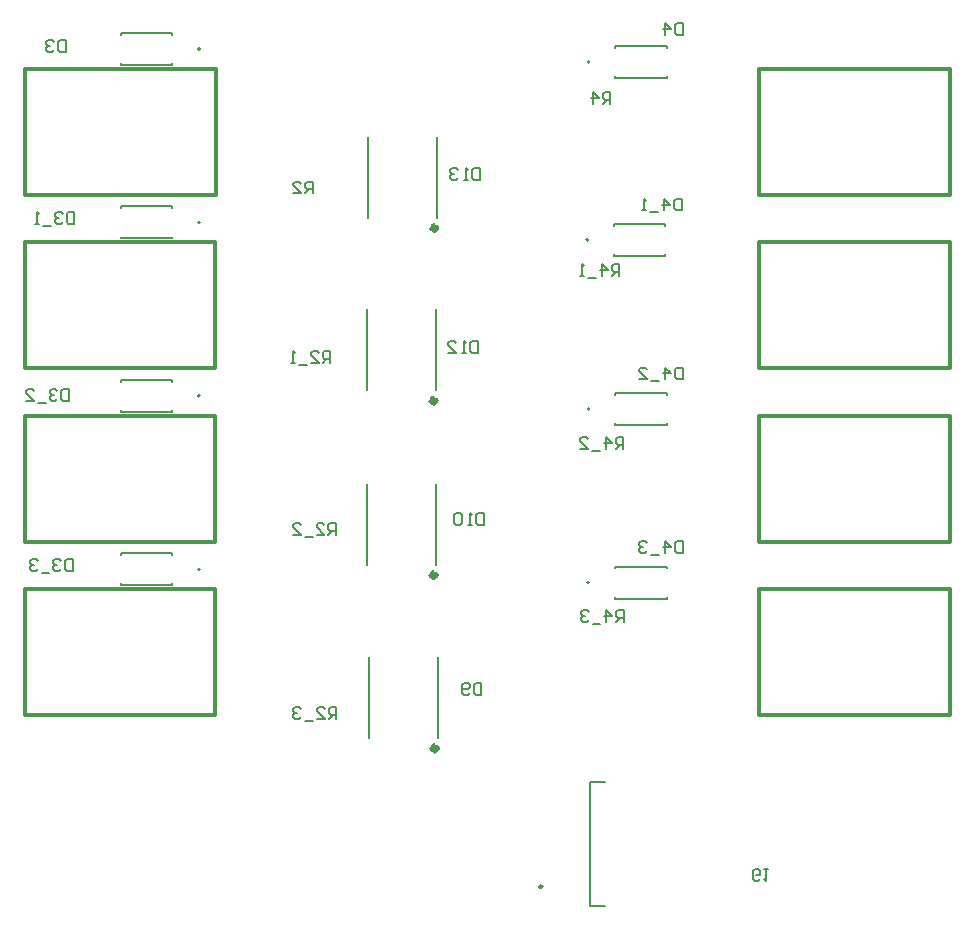
<source format=gbo>
G04*
G04 #@! TF.GenerationSoftware,Altium Limited,Altium Designer,20.0.13 (296)*
G04*
G04 Layer_Color=32896*
%FSLAX44Y44*%
%MOMM*%
G71*
G01*
G75*
%ADD10C,0.2000*%
%ADD11C,0.6096*%
%ADD13C,0.1270*%
%ADD15C,0.3000*%
%ADD70C,0.2500*%
D10*
X251150Y763900D02*
G03*
X251150Y763900I-1000J0D01*
G01*
X580730Y312280D02*
G03*
X580730Y312280I-1000J0D01*
G01*
Y459177D02*
G03*
X580730Y459177I-1000J0D01*
G01*
X579850Y602350D02*
G03*
X579850Y602350I-1000J0D01*
G01*
X580850Y752850D02*
G03*
X580850Y752850I-1000J0D01*
G01*
X251030Y323330D02*
G03*
X251030Y323330I-1000J0D01*
G01*
Y470227D02*
G03*
X251030Y470227I-1000J0D01*
G01*
Y617123D02*
G03*
X251030Y617123I-1000J0D01*
G01*
X581500Y38650D02*
X594000D01*
X581500D02*
Y143650D01*
X594000D01*
X137331Y771498D02*
Y761502D01*
X132332D01*
X130666Y763168D01*
Y769832D01*
X132332Y771498D01*
X137331D01*
X127334Y769832D02*
X125668Y771498D01*
X122336D01*
X120669Y769832D01*
Y768166D01*
X122336Y766500D01*
X124002D01*
X122336D01*
X120669Y764834D01*
Y763168D01*
X122336Y761502D01*
X125668D01*
X127334Y763168D01*
X489331Y227248D02*
Y217252D01*
X484332D01*
X482666Y218918D01*
Y225582D01*
X484332Y227248D01*
X489331D01*
X479334Y218918D02*
X477668Y217252D01*
X474336D01*
X472669Y218918D01*
Y225582D01*
X474336Y227248D01*
X477668D01*
X479334Y225582D01*
Y223916D01*
X477668Y222250D01*
X472669D01*
X491246Y370998D02*
Y361002D01*
X486248D01*
X484581Y362668D01*
Y369332D01*
X486248Y370998D01*
X491246D01*
X481249Y361002D02*
X477917D01*
X479583D01*
Y370998D01*
X481249Y369332D01*
X472919D02*
X471252Y370998D01*
X467920D01*
X466254Y369332D01*
Y362668D01*
X467920Y361002D01*
X471252D01*
X472919Y362668D01*
Y369332D01*
X486246Y516748D02*
Y506752D01*
X481248D01*
X479581Y508418D01*
Y515082D01*
X481248Y516748D01*
X486246D01*
X476249Y506752D02*
X472917D01*
X474583D01*
Y516748D01*
X476249Y515082D01*
X461254Y506752D02*
X467919D01*
X461254Y513416D01*
Y515082D01*
X462920Y516748D01*
X466252D01*
X467919Y515082D01*
X487746Y663248D02*
Y653252D01*
X482748D01*
X481082Y654918D01*
Y661582D01*
X482748Y663248D01*
X487746D01*
X477749Y653252D02*
X474417D01*
X476083D01*
Y663248D01*
X477749Y661582D01*
X469418D02*
X467752Y663248D01*
X464420D01*
X462754Y661582D01*
Y659916D01*
X464420Y658250D01*
X466086D01*
X464420D01*
X462754Y656584D01*
Y654918D01*
X464420Y653252D01*
X467752D01*
X469418Y654918D01*
X658728Y637295D02*
Y627298D01*
X653730D01*
X652064Y628964D01*
Y635629D01*
X653730Y637295D01*
X658728D01*
X643733Y627298D02*
Y637295D01*
X648731Y632296D01*
X642067D01*
X638734Y625632D02*
X632070D01*
X628738Y627298D02*
X625405D01*
X627071D01*
Y637295D01*
X628738Y635629D01*
X143577Y332332D02*
Y322335D01*
X138579D01*
X136913Y324001D01*
Y330665D01*
X138579Y332332D01*
X143577D01*
X133581Y330665D02*
X131915Y332332D01*
X128582D01*
X126916Y330665D01*
Y328999D01*
X128582Y327333D01*
X130248D01*
X128582D01*
X126916Y325667D01*
Y324001D01*
X128582Y322335D01*
X131915D01*
X133581Y324001D01*
X123584Y320668D02*
X116919D01*
X113587Y330665D02*
X111921Y332332D01*
X108589D01*
X106923Y330665D01*
Y328999D01*
X108589Y327333D01*
X110255D01*
X108589D01*
X106923Y325667D01*
Y324001D01*
X108589Y322335D01*
X111921D01*
X113587Y324001D01*
X659744Y347227D02*
Y337230D01*
X654746D01*
X653080Y338896D01*
Y345561D01*
X654746Y347227D01*
X659744D01*
X644749Y337230D02*
Y347227D01*
X649747Y342228D01*
X643083D01*
X639750Y335564D02*
X633086D01*
X629754Y345561D02*
X628088Y347227D01*
X624755D01*
X623089Y345561D01*
Y343895D01*
X624755Y342228D01*
X626421D01*
X624755D01*
X623089Y340562D01*
Y338896D01*
X624755Y337230D01*
X628088D01*
X629754Y338896D01*
X366577Y197085D02*
Y207082D01*
X361579D01*
X359913Y205415D01*
Y202083D01*
X361579Y200417D01*
X366577D01*
X363245D02*
X359913Y197085D01*
X349916D02*
X356581D01*
X349916Y203749D01*
Y205415D01*
X351582Y207082D01*
X354915D01*
X356581Y205415D01*
X346584Y195418D02*
X339919D01*
X336587Y205415D02*
X334921Y207082D01*
X331589D01*
X329923Y205415D01*
Y203749D01*
X331589Y202083D01*
X333255D01*
X331589D01*
X329923Y200417D01*
Y198751D01*
X331589Y197085D01*
X334921D01*
X336587Y198751D01*
X610077Y278585D02*
Y288582D01*
X605079D01*
X603413Y286915D01*
Y283583D01*
X605079Y281917D01*
X610077D01*
X606745D02*
X603413Y278585D01*
X595082D02*
Y288582D01*
X600081Y283583D01*
X593416D01*
X590084Y276919D02*
X583419D01*
X580087Y286915D02*
X578421Y288582D01*
X575089D01*
X573423Y286915D01*
Y285249D01*
X575089Y283583D01*
X576755D01*
X575089D01*
X573423Y281917D01*
Y280251D01*
X575089Y278585D01*
X578421D01*
X580087Y280251D01*
X140327Y475831D02*
Y465835D01*
X135329D01*
X133663Y467501D01*
Y474165D01*
X135329Y475831D01*
X140327D01*
X130331Y474165D02*
X128665Y475831D01*
X125332D01*
X123666Y474165D01*
Y472499D01*
X125332Y470833D01*
X126998D01*
X125332D01*
X123666Y469167D01*
Y467501D01*
X125332Y465835D01*
X128665D01*
X130331Y467501D01*
X120334Y464169D02*
X113669D01*
X103673Y465835D02*
X110337D01*
X103673Y472499D01*
Y474165D01*
X105339Y475831D01*
X108671D01*
X110337Y474165D01*
X659744Y494293D02*
Y484296D01*
X654746D01*
X653080Y485962D01*
Y492627D01*
X654746Y494293D01*
X659744D01*
X644749Y484296D02*
Y494293D01*
X649747Y489294D01*
X643083D01*
X639750Y482630D02*
X633086D01*
X623089Y484296D02*
X629754D01*
X623089Y490961D01*
Y492627D01*
X624755Y494293D01*
X628088D01*
X629754Y492627D01*
X366327Y352585D02*
Y362581D01*
X361329D01*
X359663Y360915D01*
Y357583D01*
X361329Y355917D01*
X366327D01*
X362995D02*
X359663Y352585D01*
X349666D02*
X356331D01*
X349666Y359249D01*
Y360915D01*
X351332Y362581D01*
X354664D01*
X356331Y360915D01*
X346334Y350919D02*
X339669D01*
X329673Y352585D02*
X336337D01*
X329673Y359249D01*
Y360915D01*
X331339Y362581D01*
X334671D01*
X336337Y360915D01*
X609577Y425585D02*
Y435582D01*
X604579D01*
X602913Y433915D01*
Y430583D01*
X604579Y428917D01*
X609577D01*
X606245D02*
X602913Y425585D01*
X594582D02*
Y435582D01*
X599581Y430583D01*
X592916D01*
X589584Y423918D02*
X582919D01*
X572923Y425585D02*
X579587D01*
X572923Y432249D01*
Y433915D01*
X574589Y435582D01*
X577921D01*
X579587Y433915D01*
X144661Y626082D02*
Y616085D01*
X139663D01*
X137997Y617751D01*
Y624415D01*
X139663Y626082D01*
X144661D01*
X134664Y624415D02*
X132998Y626082D01*
X129666D01*
X128000Y624415D01*
Y622749D01*
X129666Y621083D01*
X131332D01*
X129666D01*
X128000Y619417D01*
Y617751D01*
X129666Y616085D01*
X132998D01*
X134664Y617751D01*
X124668Y614418D02*
X118003D01*
X114671Y616085D02*
X111339D01*
X113005D01*
Y626082D01*
X114671Y624415D01*
X361411Y498335D02*
Y508331D01*
X356413D01*
X354747Y506665D01*
Y503333D01*
X356413Y501667D01*
X361411D01*
X358079D02*
X354747Y498335D01*
X344750D02*
X351414D01*
X344750Y504999D01*
Y506665D01*
X346416Y508331D01*
X349748D01*
X351414Y506665D01*
X341418Y496669D02*
X334753D01*
X331421Y498335D02*
X328089D01*
X329755D01*
Y508331D01*
X331421Y506665D01*
X606161Y572085D02*
Y582081D01*
X601163D01*
X599497Y580415D01*
Y577083D01*
X601163Y575417D01*
X606161D01*
X602829D02*
X599497Y572085D01*
X591166D02*
Y582081D01*
X596165Y577083D01*
X589500D01*
X586168Y570419D02*
X579503D01*
X576171Y572085D02*
X572839D01*
X574505D01*
Y582081D01*
X576171Y580415D01*
X598581Y717752D02*
Y727748D01*
X593582D01*
X591916Y726082D01*
Y722750D01*
X593582Y721084D01*
X598581D01*
X595248D02*
X591916Y717752D01*
X583586D02*
Y727748D01*
X588584Y722750D01*
X581919D01*
X346331Y641752D02*
Y651748D01*
X341332D01*
X339666Y650082D01*
Y646750D01*
X341332Y645084D01*
X346331D01*
X342998D02*
X339666Y641752D01*
X329669D02*
X336334D01*
X329669Y648416D01*
Y650082D01*
X331335Y651748D01*
X334668D01*
X336334Y650082D01*
X725500Y61318D02*
X723834Y59652D01*
X720502D01*
X718836Y61318D01*
Y67982D01*
X720502Y69648D01*
X723834D01*
X725500Y67982D01*
Y64650D01*
X722168D01*
X728832Y69648D02*
X732165D01*
X730498D01*
Y59652D01*
X728832Y61318D01*
X659744Y786139D02*
Y776142D01*
X654746D01*
X653080Y777808D01*
Y784473D01*
X654746Y786139D01*
X659744D01*
X644749Y776142D02*
Y786139D01*
X649747Y781140D01*
X643083D01*
D11*
X451170Y171820D02*
G03*
X451170Y171820I-1500J0D01*
G01*
X450170Y318570D02*
G03*
X450170Y318570I-1500J0D01*
G01*
Y466070D02*
G03*
X450170Y466070I-1500J0D01*
G01*
X450920Y612320D02*
G03*
X450920Y612320I-1500J0D01*
G01*
D13*
X183875Y750375D02*
Y752000D01*
Y776000D02*
Y777625D01*
X227625Y750375D02*
Y752000D01*
Y776000D02*
Y777625D01*
X183875Y750375D02*
X227625D01*
X183875Y777625D02*
X227625D01*
X452200Y180700D02*
Y249300D01*
X393800Y180700D02*
Y249300D01*
X451200Y327450D02*
Y396050D01*
X392800Y327450D02*
Y396050D01*
X451200Y474950D02*
Y543550D01*
X392800Y474950D02*
Y543550D01*
X451950Y621200D02*
Y689800D01*
X393550Y621200D02*
Y689800D01*
X602255Y298555D02*
X646005D01*
X602255Y325805D02*
X646005D01*
X602255Y298555D02*
Y300180D01*
Y324180D02*
Y325805D01*
X646005Y298555D02*
Y300180D01*
Y324180D02*
Y325805D01*
X602255Y445452D02*
X646005D01*
X602255Y472702D02*
X646005D01*
X602255Y445452D02*
Y447077D01*
Y471077D02*
Y472702D01*
X646005Y445452D02*
Y447077D01*
Y471077D02*
Y472702D01*
X601375Y588625D02*
X645125D01*
X601375Y615875D02*
X645125D01*
X601375Y588625D02*
Y590250D01*
Y614250D02*
Y615875D01*
X645125Y588625D02*
Y590250D01*
Y614250D02*
Y615875D01*
X602375Y739125D02*
X646125D01*
X602375Y766375D02*
X646125D01*
X602375Y739125D02*
Y740750D01*
Y764750D02*
Y766375D01*
X646125Y739125D02*
Y740750D01*
Y764750D02*
Y766375D01*
X183755Y337055D02*
X227505D01*
X183755Y309805D02*
X227505D01*
Y335430D02*
Y337055D01*
Y309805D02*
Y311430D01*
X183755Y335430D02*
Y337055D01*
Y309805D02*
Y311430D01*
Y483952D02*
X227505D01*
X183755Y456702D02*
X227505D01*
Y482327D02*
Y483952D01*
Y456702D02*
Y458327D01*
X183755Y482327D02*
Y483952D01*
Y456702D02*
Y458327D01*
Y630848D02*
X227505D01*
X183755Y603598D02*
X227505D01*
Y629223D02*
Y630848D01*
Y603598D02*
Y605223D01*
X183755Y629223D02*
Y630848D01*
Y603598D02*
Y605223D01*
D15*
X724640Y200070D02*
Y306750D01*
Y200070D02*
X885930D01*
Y306750D01*
X724640D02*
X885930D01*
X724640Y346967D02*
Y453647D01*
Y346967D02*
X885930D01*
Y453647D01*
X724640D02*
X885930D01*
X724640Y493863D02*
Y600543D01*
Y493863D02*
X885930D01*
Y600543D01*
X724640D02*
X885930D01*
X724640Y640760D02*
Y747440D01*
Y640760D02*
X885930D01*
Y747440D01*
X724640D02*
X885930D01*
X264140Y200070D02*
Y306750D01*
X102850D02*
X264140D01*
X102850Y200070D02*
Y306750D01*
Y200070D02*
X264140D01*
Y346967D02*
Y453647D01*
X102850D02*
X264140D01*
X102850Y346967D02*
Y453647D01*
Y346967D02*
X264140D01*
Y493863D02*
Y600543D01*
X102850D02*
X264140D01*
X102850Y493863D02*
Y600543D01*
Y493863D02*
X264140D01*
X264260Y640640D02*
Y747320D01*
X102970D02*
X264260D01*
X102970Y640640D02*
Y747320D01*
Y640640D02*
X264260D01*
D70*
X540750Y54750D02*
G03*
X540750Y54750I-1250J0D01*
G01*
M02*

</source>
